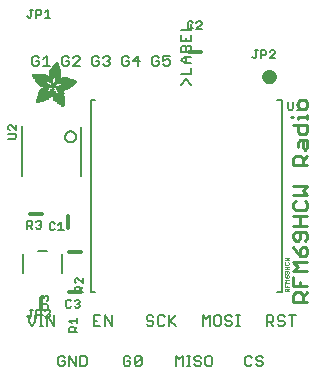
<source format=gbr>
G04 EAGLE Gerber RS-274X export*
G75*
%MOMM*%
%FSLAX34Y34*%
%LPD*%
%INSilkscreen Top*%
%IPPOS*%
%AMOC8*
5,1,8,0,0,1.08239X$1,22.5*%
G01*
%ADD10C,0.152400*%
%ADD11C,0.228600*%
%ADD12C,0.127000*%
%ADD13C,0.609600*%
%ADD14C,0.050800*%
%ADD15C,0.203200*%
%ADD16C,0.304800*%
%ADD17C,0.177800*%
%ADD18R,0.050800X0.006300*%
%ADD19R,0.082600X0.006400*%
%ADD20R,0.120600X0.006300*%
%ADD21R,0.139700X0.006400*%
%ADD22R,0.158800X0.006300*%
%ADD23R,0.177800X0.006400*%
%ADD24R,0.196800X0.006300*%
%ADD25R,0.215900X0.006400*%
%ADD26R,0.228600X0.006300*%
%ADD27R,0.241300X0.006400*%
%ADD28R,0.254000X0.006300*%
%ADD29R,0.266700X0.006400*%
%ADD30R,0.279400X0.006300*%
%ADD31R,0.285700X0.006400*%
%ADD32R,0.298400X0.006300*%
%ADD33R,0.311200X0.006400*%
%ADD34R,0.317500X0.006300*%
%ADD35R,0.330200X0.006400*%
%ADD36R,0.336600X0.006300*%
%ADD37R,0.349200X0.006400*%
%ADD38R,0.361900X0.006300*%
%ADD39R,0.368300X0.006400*%
%ADD40R,0.381000X0.006300*%
%ADD41R,0.387300X0.006400*%
%ADD42R,0.393700X0.006300*%
%ADD43R,0.406400X0.006400*%
%ADD44R,0.412700X0.006300*%
%ADD45R,0.419100X0.006400*%
%ADD46R,0.431800X0.006300*%
%ADD47R,0.438100X0.006400*%
%ADD48R,0.450800X0.006300*%
%ADD49R,0.457200X0.006400*%
%ADD50R,0.463500X0.006300*%
%ADD51R,0.476200X0.006400*%
%ADD52R,0.482600X0.006300*%
%ADD53R,0.488900X0.006400*%
%ADD54R,0.501600X0.006300*%
%ADD55R,0.508000X0.006400*%
%ADD56R,0.514300X0.006300*%
%ADD57R,0.527000X0.006400*%
%ADD58R,0.533400X0.006300*%
%ADD59R,0.546100X0.006400*%
%ADD60R,0.552400X0.006300*%
%ADD61R,0.558800X0.006400*%
%ADD62R,0.571500X0.006300*%
%ADD63R,0.577800X0.006400*%
%ADD64R,0.584200X0.006300*%
%ADD65R,0.596900X0.006400*%
%ADD66R,0.603200X0.006300*%
%ADD67R,0.609600X0.006400*%
%ADD68R,0.622300X0.006300*%
%ADD69R,0.628600X0.006400*%
%ADD70R,0.641300X0.006300*%
%ADD71R,0.647700X0.006400*%
%ADD72R,0.063500X0.006300*%
%ADD73R,0.654000X0.006300*%
%ADD74R,0.101600X0.006400*%
%ADD75R,0.666700X0.006400*%
%ADD76R,0.139700X0.006300*%
%ADD77R,0.673100X0.006300*%
%ADD78R,0.165100X0.006400*%
%ADD79R,0.679400X0.006400*%
%ADD80R,0.196900X0.006300*%
%ADD81R,0.692100X0.006300*%
%ADD82R,0.222200X0.006400*%
%ADD83R,0.698500X0.006400*%
%ADD84R,0.247700X0.006300*%
%ADD85R,0.704800X0.006300*%
%ADD86R,0.279400X0.006400*%
%ADD87R,0.717500X0.006400*%
%ADD88R,0.298500X0.006300*%
%ADD89R,0.723900X0.006300*%
%ADD90R,0.736600X0.006400*%
%ADD91R,0.342900X0.006300*%
%ADD92R,0.742900X0.006300*%
%ADD93R,0.374700X0.006400*%
%ADD94R,0.749300X0.006400*%
%ADD95R,0.762000X0.006300*%
%ADD96R,0.412700X0.006400*%
%ADD97R,0.768300X0.006400*%
%ADD98R,0.438100X0.006300*%
%ADD99R,0.774700X0.006300*%
%ADD100R,0.463600X0.006400*%
%ADD101R,0.787400X0.006400*%
%ADD102R,0.793700X0.006300*%
%ADD103R,0.495300X0.006400*%
%ADD104R,0.800100X0.006400*%
%ADD105R,0.520700X0.006300*%
%ADD106R,0.812800X0.006300*%
%ADD107R,0.533400X0.006400*%
%ADD108R,0.819100X0.006400*%
%ADD109R,0.558800X0.006300*%
%ADD110R,0.825500X0.006300*%
%ADD111R,0.577900X0.006400*%
%ADD112R,0.831800X0.006400*%
%ADD113R,0.596900X0.006300*%
%ADD114R,0.844500X0.006300*%
%ADD115R,0.616000X0.006400*%
%ADD116R,0.850900X0.006400*%
%ADD117R,0.635000X0.006300*%
%ADD118R,0.857200X0.006300*%
%ADD119R,0.654100X0.006400*%
%ADD120R,0.863600X0.006400*%
%ADD121R,0.666700X0.006300*%
%ADD122R,0.869900X0.006300*%
%ADD123R,0.685800X0.006400*%
%ADD124R,0.876300X0.006400*%
%ADD125R,0.882600X0.006300*%
%ADD126R,0.723900X0.006400*%
%ADD127R,0.889000X0.006400*%
%ADD128R,0.895300X0.006300*%
%ADD129R,0.755700X0.006400*%
%ADD130R,0.901700X0.006400*%
%ADD131R,0.908000X0.006300*%
%ADD132R,0.793800X0.006400*%
%ADD133R,0.914400X0.006400*%
%ADD134R,0.806400X0.006300*%
%ADD135R,0.920700X0.006300*%
%ADD136R,0.825500X0.006400*%
%ADD137R,0.927100X0.006400*%
%ADD138R,0.933400X0.006300*%
%ADD139R,0.857300X0.006400*%
%ADD140R,0.939800X0.006400*%
%ADD141R,0.870000X0.006300*%
%ADD142R,0.939800X0.006300*%
%ADD143R,0.946100X0.006400*%
%ADD144R,0.952500X0.006300*%
%ADD145R,0.908000X0.006400*%
%ADD146R,0.958800X0.006400*%
%ADD147R,0.965200X0.006300*%
%ADD148R,0.965200X0.006400*%
%ADD149R,0.971500X0.006300*%
%ADD150R,0.952500X0.006400*%
%ADD151R,0.977900X0.006400*%
%ADD152R,0.958800X0.006300*%
%ADD153R,0.984200X0.006300*%
%ADD154R,0.971500X0.006400*%
%ADD155R,0.984200X0.006400*%
%ADD156R,0.990600X0.006300*%
%ADD157R,0.984300X0.006400*%
%ADD158R,0.996900X0.006400*%
%ADD159R,0.997000X0.006300*%
%ADD160R,0.996900X0.006300*%
%ADD161R,1.003300X0.006400*%
%ADD162R,1.016000X0.006300*%
%ADD163R,1.009600X0.006300*%
%ADD164R,1.016000X0.006400*%
%ADD165R,1.009600X0.006400*%
%ADD166R,1.022300X0.006300*%
%ADD167R,1.028700X0.006400*%
%ADD168R,1.035100X0.006300*%
%ADD169R,1.047800X0.006400*%
%ADD170R,1.054100X0.006300*%
%ADD171R,1.028700X0.006300*%
%ADD172R,1.054100X0.006400*%
%ADD173R,1.035000X0.006400*%
%ADD174R,1.060400X0.006300*%
%ADD175R,1.035000X0.006300*%
%ADD176R,1.060500X0.006400*%
%ADD177R,1.041400X0.006400*%
%ADD178R,1.066800X0.006300*%
%ADD179R,1.041400X0.006300*%
%ADD180R,1.079500X0.006400*%
%ADD181R,1.047700X0.006400*%
%ADD182R,1.085900X0.006300*%
%ADD183R,1.047700X0.006300*%
%ADD184R,1.085800X0.006400*%
%ADD185R,1.092200X0.006300*%
%ADD186R,1.085900X0.006400*%
%ADD187R,1.098600X0.006300*%
%ADD188R,1.098600X0.006400*%
%ADD189R,1.060400X0.006400*%
%ADD190R,1.104900X0.006300*%
%ADD191R,1.104900X0.006400*%
%ADD192R,1.066800X0.006400*%
%ADD193R,1.111200X0.006300*%
%ADD194R,1.117600X0.006400*%
%ADD195R,1.117600X0.006300*%
%ADD196R,1.073100X0.006300*%
%ADD197R,1.073100X0.006400*%
%ADD198R,1.124000X0.006300*%
%ADD199R,1.079500X0.006300*%
%ADD200R,1.123900X0.006400*%
%ADD201R,1.130300X0.006300*%
%ADD202R,1.130300X0.006400*%
%ADD203R,1.136700X0.006400*%
%ADD204R,1.136700X0.006300*%
%ADD205R,1.085800X0.006300*%
%ADD206R,1.136600X0.006400*%
%ADD207R,1.136600X0.006300*%
%ADD208R,1.143000X0.006400*%
%ADD209R,1.143000X0.006300*%
%ADD210R,1.149400X0.006300*%
%ADD211R,1.149300X0.006300*%
%ADD212R,1.149300X0.006400*%
%ADD213R,1.149400X0.006400*%
%ADD214R,1.155700X0.006400*%
%ADD215R,1.155700X0.006300*%
%ADD216R,1.060500X0.006300*%
%ADD217R,2.197100X0.006400*%
%ADD218R,2.197100X0.006300*%
%ADD219R,2.184400X0.006300*%
%ADD220R,2.184400X0.006400*%
%ADD221R,2.171700X0.006400*%
%ADD222R,2.171700X0.006300*%
%ADD223R,1.530300X0.006400*%
%ADD224R,1.505000X0.006300*%
%ADD225R,1.492300X0.006400*%
%ADD226R,1.485900X0.006300*%
%ADD227R,0.565200X0.006300*%
%ADD228R,1.473200X0.006400*%
%ADD229R,0.565200X0.006400*%
%ADD230R,1.460500X0.006300*%
%ADD231R,1.454100X0.006400*%
%ADD232R,0.552400X0.006400*%
%ADD233R,1.441500X0.006300*%
%ADD234R,0.546100X0.006300*%
%ADD235R,1.435100X0.006400*%
%ADD236R,0.539800X0.006400*%
%ADD237R,1.428800X0.006300*%
%ADD238R,1.422400X0.006400*%
%ADD239R,1.409700X0.006300*%
%ADD240R,0.527100X0.006300*%
%ADD241R,1.403300X0.006400*%
%ADD242R,0.527100X0.006400*%
%ADD243R,1.390700X0.006300*%
%ADD244R,1.384300X0.006400*%
%ADD245R,0.520700X0.006400*%
%ADD246R,1.384300X0.006300*%
%ADD247R,0.514400X0.006300*%
%ADD248R,1.371600X0.006400*%
%ADD249R,1.365200X0.006300*%
%ADD250R,0.508000X0.006300*%
%ADD251R,1.352600X0.006400*%
%ADD252R,0.501700X0.006400*%
%ADD253R,0.711200X0.006300*%
%ADD254R,0.603300X0.006300*%
%ADD255R,0.501700X0.006300*%
%ADD256R,0.692100X0.006400*%
%ADD257R,0.571500X0.006400*%
%ADD258R,0.679400X0.006300*%
%ADD259R,0.495300X0.006300*%
%ADD260R,0.673100X0.006400*%
%ADD261R,0.666800X0.006300*%
%ADD262R,0.488900X0.006300*%
%ADD263R,0.660400X0.006400*%
%ADD264R,0.482600X0.006400*%
%ADD265R,0.476200X0.006300*%
%ADD266R,0.654000X0.006400*%
%ADD267R,0.469900X0.006400*%
%ADD268R,0.476300X0.006400*%
%ADD269R,0.647700X0.006300*%
%ADD270R,0.457200X0.006300*%
%ADD271R,0.469900X0.006300*%
%ADD272R,0.641300X0.006400*%
%ADD273R,0.444500X0.006400*%
%ADD274R,0.463600X0.006300*%
%ADD275R,0.635000X0.006400*%
%ADD276R,0.463500X0.006400*%
%ADD277R,0.393700X0.006400*%
%ADD278R,0.450800X0.006400*%
%ADD279R,0.628600X0.006300*%
%ADD280R,0.387400X0.006300*%
%ADD281R,0.450900X0.006300*%
%ADD282R,0.628700X0.006400*%
%ADD283R,0.374600X0.006400*%
%ADD284R,0.368300X0.006300*%
%ADD285R,0.438200X0.006300*%
%ADD286R,0.622300X0.006400*%
%ADD287R,0.355600X0.006400*%
%ADD288R,0.431800X0.006400*%
%ADD289R,0.349300X0.006300*%
%ADD290R,0.425400X0.006300*%
%ADD291R,0.615900X0.006300*%
%ADD292R,0.330200X0.006300*%
%ADD293R,0.419100X0.006300*%
%ADD294R,0.616000X0.006300*%
%ADD295R,0.311200X0.006300*%
%ADD296R,0.406400X0.006300*%
%ADD297R,0.615900X0.006400*%
%ADD298R,0.304800X0.006400*%
%ADD299R,0.158800X0.006400*%
%ADD300R,0.609600X0.006300*%
%ADD301R,0.292100X0.006300*%
%ADD302R,0.235000X0.006300*%
%ADD303R,0.387400X0.006400*%
%ADD304R,0.292100X0.006400*%
%ADD305R,0.336500X0.006300*%
%ADD306R,0.260400X0.006300*%
%ADD307R,0.603300X0.006400*%
%ADD308R,0.260400X0.006400*%
%ADD309R,0.362000X0.006400*%
%ADD310R,0.450900X0.006400*%
%ADD311R,0.355600X0.006300*%
%ADD312R,0.342900X0.006400*%
%ADD313R,0.514300X0.006400*%
%ADD314R,0.234900X0.006300*%
%ADD315R,0.539700X0.006300*%
%ADD316R,0.603200X0.006400*%
%ADD317R,0.234900X0.006400*%
%ADD318R,0.920700X0.006400*%
%ADD319R,0.958900X0.006400*%
%ADD320R,0.215900X0.006300*%
%ADD321R,0.209600X0.006400*%
%ADD322R,0.203200X0.006300*%
%ADD323R,1.003300X0.006300*%
%ADD324R,0.203200X0.006400*%
%ADD325R,0.196900X0.006400*%
%ADD326R,0.190500X0.006300*%
%ADD327R,0.190500X0.006400*%
%ADD328R,0.184200X0.006300*%
%ADD329R,0.590500X0.006400*%
%ADD330R,0.184200X0.006400*%
%ADD331R,0.590500X0.006300*%
%ADD332R,0.177800X0.006300*%
%ADD333R,0.584200X0.006400*%
%ADD334R,1.168400X0.006400*%
%ADD335R,0.171500X0.006300*%
%ADD336R,1.187500X0.006300*%
%ADD337R,1.200100X0.006400*%
%ADD338R,0.577800X0.006300*%
%ADD339R,1.212900X0.006300*%
%ADD340R,1.231900X0.006400*%
%ADD341R,1.250900X0.006300*%
%ADD342R,0.565100X0.006400*%
%ADD343R,0.184100X0.006400*%
%ADD344R,1.263700X0.006400*%
%ADD345R,0.565100X0.006300*%
%ADD346R,1.289100X0.006300*%
%ADD347R,1.314400X0.006400*%
%ADD348R,0.552500X0.006300*%
%ADD349R,1.568500X0.006300*%
%ADD350R,0.552500X0.006400*%
%ADD351R,1.581200X0.006400*%
%ADD352R,1.593800X0.006300*%
%ADD353R,1.606500X0.006400*%
%ADD354R,1.619300X0.006300*%
%ADD355R,0.514400X0.006400*%
%ADD356R,1.638300X0.006400*%
%ADD357R,1.657300X0.006300*%
%ADD358R,2.209800X0.006400*%
%ADD359R,2.425700X0.006300*%
%ADD360R,2.470100X0.006400*%
%ADD361R,2.501900X0.006300*%
%ADD362R,2.533700X0.006400*%
%ADD363R,2.559000X0.006300*%
%ADD364R,2.584500X0.006400*%
%ADD365R,2.609900X0.006300*%
%ADD366R,2.628900X0.006400*%
%ADD367R,2.660600X0.006300*%
%ADD368R,2.673400X0.006400*%
%ADD369R,1.422400X0.006300*%
%ADD370R,1.200200X0.006300*%
%ADD371R,1.365300X0.006300*%
%ADD372R,1.365300X0.006400*%
%ADD373R,1.352500X0.006300*%
%ADD374R,1.098500X0.006300*%
%ADD375R,1.358900X0.006400*%
%ADD376R,1.352600X0.006300*%
%ADD377R,1.358900X0.006300*%
%ADD378R,1.371600X0.006300*%
%ADD379R,1.377900X0.006400*%
%ADD380R,1.397000X0.006400*%
%ADD381R,1.403300X0.006300*%
%ADD382R,0.914400X0.006300*%
%ADD383R,0.876300X0.006300*%
%ADD384R,0.374600X0.006300*%
%ADD385R,1.073200X0.006400*%
%ADD386R,0.374700X0.006300*%
%ADD387R,0.844600X0.006400*%
%ADD388R,0.844600X0.006300*%
%ADD389R,0.831900X0.006400*%
%ADD390R,1.092200X0.006400*%
%ADD391R,0.400000X0.006300*%
%ADD392R,0.819200X0.006400*%
%ADD393R,1.111300X0.006400*%
%ADD394R,0.812800X0.006400*%
%ADD395R,0.800100X0.006300*%
%ADD396R,0.476300X0.006300*%
%ADD397R,1.181100X0.006300*%
%ADD398R,0.501600X0.006400*%
%ADD399R,1.193800X0.006400*%
%ADD400R,0.781000X0.006400*%
%ADD401R,1.238200X0.006400*%
%ADD402R,0.781100X0.006300*%
%ADD403R,1.257300X0.006300*%
%ADD404R,1.295400X0.006400*%
%ADD405R,1.333500X0.006300*%
%ADD406R,0.774700X0.006400*%
%ADD407R,1.866900X0.006400*%
%ADD408R,0.209600X0.006300*%
%ADD409R,1.866900X0.006300*%
%ADD410R,0.768400X0.006400*%
%ADD411R,0.209500X0.006400*%
%ADD412R,1.860600X0.006400*%
%ADD413R,0.762000X0.006400*%
%ADD414R,0.768400X0.006300*%
%ADD415R,1.860600X0.006300*%
%ADD416R,1.860500X0.006400*%
%ADD417R,0.222300X0.006300*%
%ADD418R,1.854200X0.006300*%
%ADD419R,0.235000X0.006400*%
%ADD420R,1.854200X0.006400*%
%ADD421R,0.768300X0.006300*%
%ADD422R,0.260300X0.006400*%
%ADD423R,1.847800X0.006400*%
%ADD424R,0.266700X0.006300*%
%ADD425R,1.847800X0.006300*%
%ADD426R,0.273100X0.006400*%
%ADD427R,1.841500X0.006400*%
%ADD428R,0.285800X0.006300*%
%ADD429R,1.841500X0.006300*%
%ADD430R,0.298500X0.006400*%
%ADD431R,1.835100X0.006400*%
%ADD432R,0.781000X0.006300*%
%ADD433R,0.304800X0.006300*%
%ADD434R,1.835100X0.006300*%
%ADD435R,0.317500X0.006400*%
%ADD436R,1.828800X0.006400*%
%ADD437R,0.787400X0.006300*%
%ADD438R,0.323800X0.006300*%
%ADD439R,1.828800X0.006300*%
%ADD440R,0.793700X0.006400*%
%ADD441R,1.822400X0.006400*%
%ADD442R,0.806500X0.006300*%
%ADD443R,1.822400X0.006300*%
%ADD444R,1.816100X0.006400*%
%ADD445R,0.819100X0.006300*%
%ADD446R,0.387300X0.006300*%
%ADD447R,1.816100X0.006300*%
%ADD448R,1.809800X0.006400*%
%ADD449R,1.803400X0.006300*%
%ADD450R,1.797000X0.006400*%
%ADD451R,0.901700X0.006300*%
%ADD452R,1.797000X0.006300*%
%ADD453R,1.441400X0.006400*%
%ADD454R,1.790700X0.006400*%
%ADD455R,1.447800X0.006300*%
%ADD456R,1.784300X0.006300*%
%ADD457R,1.447800X0.006400*%
%ADD458R,1.784300X0.006400*%
%ADD459R,1.454100X0.006300*%
%ADD460R,1.771700X0.006300*%
%ADD461R,1.460500X0.006400*%
%ADD462R,1.759000X0.006400*%
%ADD463R,1.466800X0.006300*%
%ADD464R,1.752600X0.006300*%
%ADD465R,1.466800X0.006400*%
%ADD466R,1.739900X0.006400*%
%ADD467R,1.473200X0.006300*%
%ADD468R,1.727200X0.006300*%
%ADD469R,1.479500X0.006400*%
%ADD470R,1.714500X0.006400*%
%ADD471R,1.695400X0.006300*%
%ADD472R,1.485900X0.006400*%
%ADD473R,1.682700X0.006400*%
%ADD474R,1.492200X0.006300*%
%ADD475R,1.663700X0.006300*%
%ADD476R,1.498600X0.006400*%
%ADD477R,1.644600X0.006400*%
%ADD478R,1.498600X0.006300*%
%ADD479R,1.619200X0.006300*%
%ADD480R,1.511300X0.006400*%
%ADD481R,1.600200X0.006400*%
%ADD482R,1.517700X0.006300*%
%ADD483R,1.574800X0.006300*%
%ADD484R,1.524000X0.006400*%
%ADD485R,1.555800X0.006400*%
%ADD486R,1.524000X0.006300*%
%ADD487R,1.536700X0.006300*%
%ADD488R,1.530400X0.006400*%
%ADD489R,1.517700X0.006400*%
%ADD490R,1.492300X0.006300*%
%ADD491R,1.549400X0.006400*%
%ADD492R,1.479600X0.006400*%
%ADD493R,1.549400X0.006300*%
%ADD494R,1.555700X0.006400*%
%ADD495R,1.562100X0.006300*%
%ADD496R,0.323900X0.006300*%
%ADD497R,1.568400X0.006400*%
%ADD498R,0.336600X0.006400*%
%ADD499R,1.587500X0.006300*%
%ADD500R,0.971600X0.006300*%
%ADD501R,0.349300X0.006400*%
%ADD502R,1.600200X0.006300*%
%ADD503R,0.920800X0.006300*%
%ADD504R,0.882700X0.006400*%
%ADD505R,1.612900X0.006300*%
%ADD506R,0.362000X0.006300*%
%ADD507R,1.625600X0.006400*%
%ADD508R,1.625600X0.006300*%
%ADD509R,1.644600X0.006300*%
%ADD510R,0.736600X0.006300*%
%ADD511R,0.717600X0.006400*%
%ADD512R,1.657400X0.006300*%
%ADD513R,0.679500X0.006300*%
%ADD514R,1.663700X0.006400*%
%ADD515R,0.400000X0.006400*%
%ADD516R,1.676400X0.006300*%
%ADD517R,1.676400X0.006400*%
%ADD518R,0.425500X0.006400*%
%ADD519R,1.352500X0.006400*%
%ADD520R,0.444500X0.006300*%
%ADD521R,0.361900X0.006400*%
%ADD522R,0.088900X0.006300*%
%ADD523R,1.009700X0.006300*%
%ADD524R,1.009700X0.006400*%
%ADD525R,1.022300X0.006400*%
%ADD526R,1.346200X0.006400*%
%ADD527R,1.346200X0.006300*%
%ADD528R,1.339900X0.006400*%
%ADD529R,1.035100X0.006400*%
%ADD530R,1.339800X0.006300*%
%ADD531R,1.333500X0.006400*%
%ADD532R,1.327200X0.006400*%
%ADD533R,1.320800X0.006300*%
%ADD534R,1.314500X0.006400*%
%ADD535R,1.314400X0.006300*%
%ADD536R,1.301700X0.006400*%
%ADD537R,1.295400X0.006300*%
%ADD538R,1.289000X0.006400*%
%ADD539R,1.276300X0.006300*%
%ADD540R,1.251000X0.006300*%
%ADD541R,1.244600X0.006400*%
%ADD542R,1.231900X0.006300*%
%ADD543R,1.212800X0.006400*%
%ADD544R,1.200100X0.006300*%
%ADD545R,1.187400X0.006400*%
%ADD546R,1.168400X0.006300*%
%ADD547R,1.047800X0.006300*%
%ADD548R,0.977900X0.006300*%
%ADD549R,0.946200X0.006400*%
%ADD550R,0.933400X0.006400*%
%ADD551R,0.895300X0.006400*%
%ADD552R,0.882700X0.006300*%
%ADD553R,0.863600X0.006300*%
%ADD554R,0.857200X0.006400*%
%ADD555R,0.850900X0.006300*%
%ADD556R,0.838200X0.006300*%
%ADD557R,0.806500X0.006400*%
%ADD558R,0.717600X0.006300*%
%ADD559R,0.711200X0.006400*%
%ADD560R,0.641400X0.006400*%
%ADD561R,0.641400X0.006300*%
%ADD562R,0.628700X0.006300*%
%ADD563R,0.590600X0.006300*%
%ADD564R,0.539700X0.006400*%
%ADD565R,0.285700X0.006300*%
%ADD566R,0.222200X0.006300*%
%ADD567R,0.171400X0.006300*%
%ADD568R,0.152400X0.006400*%
%ADD569R,0.133400X0.006300*%


D10*
X119491Y44795D02*
X118051Y46235D01*
X115170Y46235D01*
X113729Y44795D01*
X113729Y43354D01*
X115170Y41914D01*
X118051Y41914D01*
X119491Y40473D01*
X119491Y39033D01*
X118051Y37592D01*
X115170Y37592D01*
X113729Y39033D01*
X127406Y46235D02*
X128847Y44795D01*
X127406Y46235D02*
X124525Y46235D01*
X123084Y44795D01*
X123084Y39033D01*
X124525Y37592D01*
X127406Y37592D01*
X128847Y39033D01*
X132440Y37592D02*
X132440Y46235D01*
X132440Y40473D02*
X138202Y46235D01*
X133880Y41914D02*
X138202Y37592D01*
X138551Y11945D02*
X138551Y3302D01*
X141432Y9064D02*
X138551Y11945D01*
X141432Y9064D02*
X144313Y11945D01*
X144313Y3302D01*
X147906Y3302D02*
X150787Y3302D01*
X149347Y3302D02*
X149347Y11945D01*
X150787Y11945D02*
X147906Y11945D01*
X158464Y11945D02*
X159905Y10505D01*
X158464Y11945D02*
X155583Y11945D01*
X154143Y10505D01*
X154143Y9064D01*
X155583Y7624D01*
X158464Y7624D01*
X159905Y6183D01*
X159905Y4743D01*
X158464Y3302D01*
X155583Y3302D01*
X154143Y4743D01*
X164939Y11945D02*
X167820Y11945D01*
X164939Y11945D02*
X163498Y10505D01*
X163498Y4743D01*
X164939Y3302D01*
X167820Y3302D01*
X169260Y4743D01*
X169260Y10505D01*
X167820Y11945D01*
X161411Y37592D02*
X161411Y46235D01*
X164292Y43354D01*
X167173Y46235D01*
X167173Y37592D01*
X172207Y46235D02*
X175088Y46235D01*
X172207Y46235D02*
X170766Y44795D01*
X170766Y39033D01*
X172207Y37592D01*
X175088Y37592D01*
X176528Y39033D01*
X176528Y44795D01*
X175088Y46235D01*
X184443Y46235D02*
X185883Y44795D01*
X184443Y46235D02*
X181562Y46235D01*
X180121Y44795D01*
X180121Y43354D01*
X181562Y41914D01*
X184443Y41914D01*
X185883Y40473D01*
X185883Y39033D01*
X184443Y37592D01*
X181562Y37592D01*
X180121Y39033D01*
X189476Y37592D02*
X192358Y37592D01*
X190917Y37592D02*
X190917Y46235D01*
X189476Y46235D02*
X192358Y46235D01*
X201469Y11945D02*
X202909Y10505D01*
X201469Y11945D02*
X198587Y11945D01*
X197147Y10505D01*
X197147Y4743D01*
X198587Y3302D01*
X201469Y3302D01*
X202909Y4743D01*
X210824Y11945D02*
X212264Y10505D01*
X210824Y11945D02*
X207943Y11945D01*
X206502Y10505D01*
X206502Y9064D01*
X207943Y7624D01*
X210824Y7624D01*
X212264Y6183D01*
X212264Y4743D01*
X210824Y3302D01*
X207943Y3302D01*
X206502Y4743D01*
X215329Y37592D02*
X215329Y46235D01*
X219651Y46235D01*
X221091Y44795D01*
X221091Y41914D01*
X219651Y40473D01*
X215329Y40473D01*
X218210Y40473D02*
X221091Y37592D01*
X229006Y46235D02*
X230447Y44795D01*
X229006Y46235D02*
X226125Y46235D01*
X224684Y44795D01*
X224684Y43354D01*
X226125Y41914D01*
X229006Y41914D01*
X230447Y40473D01*
X230447Y39033D01*
X229006Y37592D01*
X226125Y37592D01*
X224684Y39033D01*
X236921Y37592D02*
X236921Y46235D01*
X234040Y46235D02*
X239802Y46235D01*
X44561Y10505D02*
X43121Y11945D01*
X40240Y11945D01*
X38799Y10505D01*
X38799Y4743D01*
X40240Y3302D01*
X43121Y3302D01*
X44561Y4743D01*
X44561Y7624D01*
X41680Y7624D01*
X48154Y11945D02*
X48154Y3302D01*
X53917Y3302D02*
X48154Y11945D01*
X53917Y11945D02*
X53917Y3302D01*
X57510Y3302D02*
X57510Y11945D01*
X57510Y3302D02*
X61831Y3302D01*
X63272Y4743D01*
X63272Y10505D01*
X61831Y11945D01*
X57510Y11945D01*
X68877Y46235D02*
X74639Y46235D01*
X68877Y46235D02*
X68877Y37592D01*
X74639Y37592D01*
X71758Y41914D02*
X68877Y41914D01*
X78232Y46235D02*
X78232Y37592D01*
X83994Y37592D02*
X78232Y46235D01*
X83994Y46235D02*
X83994Y37592D01*
X13688Y40473D02*
X13688Y46235D01*
X13688Y40473D02*
X16570Y37592D01*
X19451Y40473D01*
X19451Y46235D01*
X23044Y37592D02*
X25925Y37592D01*
X24484Y37592D02*
X24484Y46235D01*
X23044Y46235D02*
X25925Y46235D01*
X29280Y46235D02*
X29280Y37592D01*
X35043Y37592D02*
X29280Y46235D01*
X35043Y46235D02*
X35043Y37592D01*
D11*
X237988Y58023D02*
X249682Y58023D01*
X237988Y58023D02*
X237988Y63870D01*
X239937Y65819D01*
X243835Y65819D01*
X245784Y63870D01*
X245784Y58023D01*
X245784Y61921D02*
X249682Y65819D01*
X249682Y70887D02*
X237988Y70887D01*
X237988Y78683D01*
X243835Y74785D02*
X243835Y70887D01*
X249682Y83750D02*
X237988Y83750D01*
X241886Y87648D01*
X237988Y91546D01*
X249682Y91546D01*
X239937Y100511D02*
X237988Y104409D01*
X239937Y100511D02*
X243835Y96613D01*
X247733Y96613D01*
X249682Y98562D01*
X249682Y102460D01*
X247733Y104409D01*
X245784Y104409D01*
X243835Y102460D01*
X243835Y96613D01*
X247733Y109477D02*
X249682Y111426D01*
X249682Y115324D01*
X247733Y117273D01*
X239937Y117273D01*
X237988Y115324D01*
X237988Y111426D01*
X239937Y109477D01*
X241886Y109477D01*
X243835Y111426D01*
X243835Y117273D01*
X249682Y122340D02*
X237988Y122340D01*
X243835Y122340D02*
X243835Y130136D01*
X237988Y130136D02*
X249682Y130136D01*
X237988Y141050D02*
X239937Y142999D01*
X237988Y141050D02*
X237988Y137152D01*
X239937Y135203D01*
X247733Y135203D01*
X249682Y137152D01*
X249682Y141050D01*
X247733Y142999D01*
X249682Y148067D02*
X237988Y148067D01*
X245784Y151965D02*
X249682Y148067D01*
X245784Y151965D02*
X249682Y155863D01*
X237988Y155863D01*
X237988Y173794D02*
X249682Y173794D01*
X237988Y173794D02*
X237988Y179641D01*
X239937Y181590D01*
X243835Y181590D01*
X245784Y179641D01*
X245784Y173794D01*
X245784Y177692D02*
X249682Y181590D01*
X241886Y188606D02*
X241886Y192504D01*
X243835Y194453D01*
X249682Y194453D01*
X249682Y188606D01*
X247733Y186657D01*
X245784Y188606D01*
X245784Y194453D01*
X249682Y207316D02*
X237988Y207316D01*
X249682Y207316D02*
X249682Y201469D01*
X247733Y199520D01*
X243835Y199520D01*
X241886Y201469D01*
X241886Y207316D01*
X241886Y212384D02*
X241886Y214333D01*
X249682Y214333D01*
X249682Y212384D02*
X249682Y216282D01*
X237988Y214333D02*
X236039Y214333D01*
X249682Y222908D02*
X249682Y226806D01*
X247733Y228755D01*
X243835Y228755D01*
X241886Y226806D01*
X241886Y222908D01*
X243835Y220959D01*
X247733Y220959D01*
X249682Y222908D01*
D10*
X98599Y11945D02*
X100039Y10505D01*
X98599Y11945D02*
X95717Y11945D01*
X94277Y10505D01*
X94277Y4743D01*
X95717Y3302D01*
X98599Y3302D01*
X100039Y4743D01*
X100039Y7624D01*
X97158Y7624D01*
X103632Y4743D02*
X103632Y10505D01*
X105073Y11945D01*
X107954Y11945D01*
X109394Y10505D01*
X109394Y4743D01*
X107954Y3302D01*
X105073Y3302D01*
X103632Y4743D01*
X109394Y10505D01*
X22569Y264505D02*
X21129Y265945D01*
X18247Y265945D01*
X16807Y264505D01*
X16807Y258743D01*
X18247Y257302D01*
X21129Y257302D01*
X22569Y258743D01*
X22569Y261624D01*
X19688Y261624D01*
X26162Y263064D02*
X29043Y265945D01*
X29043Y257302D01*
X26162Y257302D02*
X31924Y257302D01*
X46529Y265945D02*
X47969Y264505D01*
X46529Y265945D02*
X43647Y265945D01*
X42207Y264505D01*
X42207Y258743D01*
X43647Y257302D01*
X46529Y257302D01*
X47969Y258743D01*
X47969Y261624D01*
X45088Y261624D01*
X51562Y257302D02*
X57324Y257302D01*
X51562Y257302D02*
X57324Y263064D01*
X57324Y264505D01*
X55884Y265945D01*
X53003Y265945D01*
X51562Y264505D01*
X71929Y265945D02*
X73369Y264505D01*
X71929Y265945D02*
X69047Y265945D01*
X67607Y264505D01*
X67607Y258743D01*
X69047Y257302D01*
X71929Y257302D01*
X73369Y258743D01*
X73369Y261624D01*
X70488Y261624D01*
X76962Y264505D02*
X78403Y265945D01*
X81284Y265945D01*
X82724Y264505D01*
X82724Y263064D01*
X81284Y261624D01*
X79843Y261624D01*
X81284Y261624D02*
X82724Y260183D01*
X82724Y258743D01*
X81284Y257302D01*
X78403Y257302D01*
X76962Y258743D01*
X97329Y265945D02*
X98769Y264505D01*
X97329Y265945D02*
X94447Y265945D01*
X93007Y264505D01*
X93007Y258743D01*
X94447Y257302D01*
X97329Y257302D01*
X98769Y258743D01*
X98769Y261624D01*
X95888Y261624D01*
X106684Y257302D02*
X106684Y265945D01*
X102362Y261624D01*
X108124Y261624D01*
X122729Y265945D02*
X124169Y264505D01*
X122729Y265945D02*
X119847Y265945D01*
X118407Y264505D01*
X118407Y258743D01*
X119847Y257302D01*
X122729Y257302D01*
X124169Y258743D01*
X124169Y261624D01*
X121288Y261624D01*
X127762Y265945D02*
X133524Y265945D01*
X127762Y265945D02*
X127762Y261624D01*
X130643Y263064D01*
X132084Y263064D01*
X133524Y261624D01*
X133524Y258743D01*
X132084Y257302D01*
X129203Y257302D01*
X127762Y258743D01*
D12*
X70320Y66320D02*
X66320Y66320D01*
X66320Y228320D01*
X70320Y228320D01*
X224320Y66320D02*
X228320Y66320D01*
X228320Y228320D01*
X224320Y228320D01*
D13*
X214320Y248320D02*
X214322Y248429D01*
X214328Y248538D01*
X214338Y248646D01*
X214352Y248754D01*
X214369Y248862D01*
X214391Y248969D01*
X214416Y249075D01*
X214446Y249179D01*
X214479Y249283D01*
X214516Y249386D01*
X214556Y249487D01*
X214600Y249586D01*
X214648Y249684D01*
X214700Y249781D01*
X214754Y249875D01*
X214812Y249967D01*
X214874Y250057D01*
X214939Y250144D01*
X215006Y250230D01*
X215077Y250313D01*
X215151Y250393D01*
X215228Y250470D01*
X215307Y250545D01*
X215389Y250616D01*
X215474Y250685D01*
X215561Y250750D01*
X215650Y250813D01*
X215742Y250871D01*
X215836Y250927D01*
X215931Y250979D01*
X216029Y251028D01*
X216128Y251073D01*
X216229Y251115D01*
X216331Y251152D01*
X216434Y251186D01*
X216539Y251217D01*
X216645Y251243D01*
X216751Y251266D01*
X216859Y251284D01*
X216967Y251299D01*
X217075Y251310D01*
X217184Y251317D01*
X217293Y251320D01*
X217402Y251319D01*
X217511Y251314D01*
X217619Y251305D01*
X217727Y251292D01*
X217835Y251275D01*
X217942Y251255D01*
X218048Y251230D01*
X218153Y251202D01*
X218257Y251170D01*
X218360Y251134D01*
X218462Y251094D01*
X218562Y251051D01*
X218660Y251004D01*
X218757Y250954D01*
X218851Y250900D01*
X218944Y250842D01*
X219035Y250782D01*
X219123Y250718D01*
X219209Y250651D01*
X219292Y250581D01*
X219373Y250508D01*
X219451Y250432D01*
X219526Y250353D01*
X219599Y250271D01*
X219668Y250187D01*
X219734Y250101D01*
X219797Y250012D01*
X219857Y249921D01*
X219914Y249828D01*
X219967Y249733D01*
X220016Y249636D01*
X220062Y249537D01*
X220104Y249437D01*
X220143Y249335D01*
X220178Y249231D01*
X220209Y249127D01*
X220237Y249022D01*
X220260Y248915D01*
X220280Y248808D01*
X220296Y248700D01*
X220308Y248592D01*
X220316Y248483D01*
X220320Y248374D01*
X220320Y248266D01*
X220316Y248157D01*
X220308Y248048D01*
X220296Y247940D01*
X220280Y247832D01*
X220260Y247725D01*
X220237Y247618D01*
X220209Y247513D01*
X220178Y247409D01*
X220143Y247305D01*
X220104Y247203D01*
X220062Y247103D01*
X220016Y247004D01*
X219967Y246907D01*
X219914Y246812D01*
X219857Y246719D01*
X219797Y246628D01*
X219734Y246539D01*
X219668Y246453D01*
X219599Y246369D01*
X219526Y246287D01*
X219451Y246208D01*
X219373Y246132D01*
X219292Y246059D01*
X219209Y245989D01*
X219123Y245922D01*
X219035Y245858D01*
X218944Y245798D01*
X218851Y245740D01*
X218757Y245686D01*
X218660Y245636D01*
X218562Y245589D01*
X218462Y245546D01*
X218360Y245506D01*
X218257Y245470D01*
X218153Y245438D01*
X218048Y245410D01*
X217942Y245385D01*
X217835Y245365D01*
X217727Y245348D01*
X217619Y245335D01*
X217511Y245326D01*
X217402Y245321D01*
X217293Y245320D01*
X217184Y245323D01*
X217075Y245330D01*
X216967Y245341D01*
X216859Y245356D01*
X216751Y245374D01*
X216645Y245397D01*
X216539Y245423D01*
X216434Y245454D01*
X216331Y245488D01*
X216229Y245525D01*
X216128Y245567D01*
X216029Y245612D01*
X215931Y245661D01*
X215836Y245713D01*
X215742Y245769D01*
X215650Y245827D01*
X215561Y245890D01*
X215474Y245955D01*
X215389Y246024D01*
X215307Y246095D01*
X215228Y246170D01*
X215151Y246247D01*
X215077Y246327D01*
X215006Y246410D01*
X214939Y246496D01*
X214874Y246583D01*
X214812Y246673D01*
X214754Y246765D01*
X214700Y246859D01*
X214648Y246956D01*
X214600Y247054D01*
X214556Y247153D01*
X214516Y247254D01*
X214479Y247357D01*
X214446Y247461D01*
X214416Y247565D01*
X214391Y247671D01*
X214369Y247778D01*
X214352Y247886D01*
X214338Y247994D01*
X214328Y248102D01*
X214322Y248211D01*
X214320Y248320D01*
D10*
X233182Y226992D02*
X233182Y221484D01*
X234284Y220382D01*
X236487Y220382D01*
X237588Y221484D01*
X237588Y226992D01*
X240666Y224788D02*
X242869Y226992D01*
X242869Y220382D01*
X240666Y220382D02*
X245073Y220382D01*
D14*
X234066Y66574D02*
X230507Y66574D01*
X230507Y68354D01*
X231100Y68947D01*
X232287Y68947D01*
X232880Y68354D01*
X232880Y66574D01*
X232880Y67760D02*
X234066Y68947D01*
X234066Y70316D02*
X230507Y70316D01*
X230507Y72689D01*
X232287Y71502D02*
X232287Y70316D01*
X234066Y74058D02*
X230507Y74058D01*
X231693Y75244D01*
X230507Y76431D01*
X234066Y76431D01*
X231100Y78987D02*
X230507Y80173D01*
X231100Y78987D02*
X232287Y77800D01*
X233473Y77800D01*
X234066Y78393D01*
X234066Y79580D01*
X233473Y80173D01*
X232880Y80173D01*
X232287Y79580D01*
X232287Y77800D01*
X233473Y81542D02*
X234066Y82135D01*
X234066Y83322D01*
X233473Y83915D01*
X231100Y83915D01*
X230507Y83322D01*
X230507Y82135D01*
X231100Y81542D01*
X231693Y81542D01*
X232287Y82135D01*
X232287Y83915D01*
X234066Y85284D02*
X230507Y85284D01*
X232287Y85284D02*
X232287Y87657D01*
X234066Y87657D02*
X230507Y87657D01*
X230507Y90806D02*
X231100Y91399D01*
X230507Y90806D02*
X230507Y89620D01*
X231100Y89026D01*
X233473Y89026D01*
X234066Y89620D01*
X234066Y90806D01*
X233473Y91399D01*
X234066Y92768D02*
X230507Y92768D01*
X232880Y93955D02*
X234066Y92768D01*
X232880Y93955D02*
X234066Y95141D01*
X230507Y95141D01*
D15*
X7874Y163862D02*
X7874Y206978D01*
X58166Y205708D02*
X58166Y163862D01*
X44704Y197612D02*
X44706Y197747D01*
X44712Y197882D01*
X44722Y198016D01*
X44736Y198150D01*
X44754Y198284D01*
X44775Y198417D01*
X44801Y198549D01*
X44831Y198681D01*
X44864Y198812D01*
X44901Y198941D01*
X44943Y199070D01*
X44987Y199197D01*
X45036Y199323D01*
X45088Y199447D01*
X45144Y199570D01*
X45204Y199691D01*
X45267Y199810D01*
X45333Y199927D01*
X45403Y200042D01*
X45477Y200156D01*
X45554Y200267D01*
X45633Y200375D01*
X45717Y200481D01*
X45803Y200585D01*
X45892Y200686D01*
X45984Y200785D01*
X46079Y200880D01*
X46177Y200973D01*
X46277Y201063D01*
X46380Y201150D01*
X46486Y201234D01*
X46594Y201315D01*
X46704Y201392D01*
X46817Y201466D01*
X46932Y201537D01*
X47049Y201605D01*
X47167Y201669D01*
X47288Y201729D01*
X47410Y201786D01*
X47534Y201839D01*
X47660Y201889D01*
X47786Y201935D01*
X47915Y201977D01*
X48044Y202015D01*
X48174Y202049D01*
X48306Y202080D01*
X48438Y202107D01*
X48571Y202129D01*
X48704Y202148D01*
X48838Y202163D01*
X48973Y202174D01*
X49107Y202181D01*
X49242Y202184D01*
X49377Y202183D01*
X49512Y202178D01*
X49646Y202169D01*
X49781Y202156D01*
X49915Y202139D01*
X50048Y202118D01*
X50180Y202094D01*
X50312Y202065D01*
X50443Y202033D01*
X50573Y201996D01*
X50702Y201956D01*
X50829Y201912D01*
X50955Y201864D01*
X51080Y201813D01*
X51203Y201758D01*
X51325Y201699D01*
X51444Y201637D01*
X51562Y201571D01*
X51678Y201502D01*
X51791Y201430D01*
X51903Y201354D01*
X52012Y201275D01*
X52119Y201193D01*
X52223Y201107D01*
X52325Y201019D01*
X52424Y200927D01*
X52521Y200833D01*
X52614Y200736D01*
X52705Y200636D01*
X52793Y200534D01*
X52877Y200429D01*
X52959Y200321D01*
X53037Y200211D01*
X53112Y200099D01*
X53184Y199985D01*
X53252Y199869D01*
X53317Y199750D01*
X53378Y199630D01*
X53436Y199508D01*
X53490Y199385D01*
X53541Y199260D01*
X53587Y199133D01*
X53630Y199006D01*
X53670Y198877D01*
X53705Y198746D01*
X53737Y198615D01*
X53764Y198483D01*
X53788Y198351D01*
X53808Y198217D01*
X53824Y198083D01*
X53836Y197949D01*
X53844Y197814D01*
X53848Y197679D01*
X53848Y197545D01*
X53844Y197410D01*
X53836Y197275D01*
X53824Y197141D01*
X53808Y197007D01*
X53788Y196873D01*
X53764Y196741D01*
X53737Y196609D01*
X53705Y196478D01*
X53670Y196347D01*
X53630Y196218D01*
X53587Y196091D01*
X53541Y195964D01*
X53490Y195839D01*
X53436Y195716D01*
X53378Y195594D01*
X53317Y195474D01*
X53252Y195355D01*
X53184Y195239D01*
X53112Y195125D01*
X53037Y195013D01*
X52959Y194903D01*
X52877Y194795D01*
X52793Y194690D01*
X52705Y194588D01*
X52614Y194488D01*
X52521Y194391D01*
X52424Y194297D01*
X52325Y194205D01*
X52223Y194117D01*
X52119Y194031D01*
X52012Y193949D01*
X51903Y193870D01*
X51791Y193794D01*
X51678Y193722D01*
X51562Y193653D01*
X51444Y193587D01*
X51325Y193525D01*
X51203Y193466D01*
X51080Y193411D01*
X50955Y193360D01*
X50829Y193312D01*
X50702Y193268D01*
X50573Y193228D01*
X50443Y193191D01*
X50312Y193159D01*
X50180Y193130D01*
X50048Y193106D01*
X49915Y193085D01*
X49781Y193068D01*
X49646Y193055D01*
X49512Y193046D01*
X49377Y193041D01*
X49242Y193040D01*
X49107Y193043D01*
X48973Y193050D01*
X48838Y193061D01*
X48704Y193076D01*
X48571Y193095D01*
X48438Y193117D01*
X48306Y193144D01*
X48174Y193175D01*
X48044Y193209D01*
X47915Y193247D01*
X47786Y193289D01*
X47660Y193335D01*
X47534Y193385D01*
X47410Y193438D01*
X47288Y193495D01*
X47167Y193555D01*
X47049Y193619D01*
X46932Y193687D01*
X46817Y193758D01*
X46704Y193832D01*
X46594Y193909D01*
X46486Y193990D01*
X46380Y194074D01*
X46277Y194161D01*
X46177Y194251D01*
X46079Y194344D01*
X45984Y194439D01*
X45892Y194538D01*
X45803Y194639D01*
X45717Y194743D01*
X45633Y194849D01*
X45554Y194957D01*
X45477Y195068D01*
X45403Y195182D01*
X45333Y195297D01*
X45267Y195414D01*
X45204Y195533D01*
X45144Y195654D01*
X45088Y195777D01*
X45036Y195901D01*
X44987Y196027D01*
X44943Y196154D01*
X44901Y196283D01*
X44864Y196412D01*
X44831Y196543D01*
X44801Y196675D01*
X44775Y196807D01*
X44754Y196940D01*
X44736Y197074D01*
X44722Y197208D01*
X44712Y197342D01*
X44706Y197477D01*
X44704Y197612D01*
D10*
X2200Y195834D02*
X-3308Y195834D01*
X2200Y195834D02*
X3302Y196936D01*
X3302Y199139D01*
X2200Y200240D01*
X-3308Y200240D01*
X3302Y203318D02*
X3302Y207725D01*
X-1104Y207725D02*
X3302Y203318D01*
X-1104Y207725D02*
X-2206Y207725D01*
X-3308Y206623D01*
X-3308Y204420D01*
X-2206Y203318D01*
D16*
X149860Y269240D02*
X160020Y269240D01*
D10*
X152760Y294052D02*
X151659Y295154D01*
X149455Y295154D01*
X148354Y294052D01*
X148354Y289646D01*
X149455Y288544D01*
X151659Y288544D01*
X152760Y289646D01*
X155838Y288544D02*
X160244Y288544D01*
X155838Y288544D02*
X160244Y292950D01*
X160244Y294052D01*
X159143Y295154D01*
X156939Y295154D01*
X155838Y294052D01*
D15*
X8900Y98170D02*
X8900Y82170D01*
X41900Y82170D02*
X41900Y98170D01*
X29400Y100670D02*
X21400Y100670D01*
D10*
X23616Y51104D02*
X29124Y51104D01*
X30226Y52205D01*
X30226Y54409D01*
X29124Y55510D01*
X23616Y55510D01*
X24718Y58588D02*
X23616Y59689D01*
X23616Y61893D01*
X24718Y62994D01*
X25820Y62994D01*
X26921Y61893D01*
X26921Y60791D01*
X26921Y61893D02*
X28023Y62994D01*
X29124Y62994D01*
X30226Y61893D01*
X30226Y59689D01*
X29124Y58588D01*
D16*
X24130Y60960D02*
X24130Y50800D01*
D10*
X48517Y59442D02*
X49618Y58340D01*
X48517Y59442D02*
X46314Y59442D01*
X45212Y58340D01*
X45212Y53934D01*
X46314Y52832D01*
X48517Y52832D01*
X49618Y53934D01*
X52696Y58340D02*
X53798Y59442D01*
X56001Y59442D01*
X57103Y58340D01*
X57103Y57238D01*
X56001Y56137D01*
X54899Y56137D01*
X56001Y56137D02*
X57103Y55035D01*
X57103Y53934D01*
X56001Y52832D01*
X53798Y52832D01*
X52696Y53934D01*
D16*
X25400Y132080D02*
X15240Y132080D01*
D10*
X34819Y124974D02*
X35920Y123872D01*
X34819Y124974D02*
X32615Y124974D01*
X31514Y123872D01*
X31514Y119466D01*
X32615Y118364D01*
X34819Y118364D01*
X35920Y119466D01*
X38998Y122770D02*
X41201Y124974D01*
X41201Y118364D01*
X38998Y118364D02*
X43404Y118364D01*
D16*
X48260Y66040D02*
X58420Y66040D01*
D10*
X54991Y32149D02*
X48381Y32149D01*
X48381Y35454D01*
X49483Y36555D01*
X51686Y36555D01*
X52788Y35454D01*
X52788Y32149D01*
X52788Y34352D02*
X54991Y36555D01*
X50585Y39633D02*
X48381Y41836D01*
X54991Y41836D01*
X54991Y39633D02*
X54991Y44039D01*
D17*
X143122Y240919D02*
X147316Y246512D01*
X151511Y240919D01*
X151511Y250274D02*
X143122Y250274D01*
X151511Y250274D02*
X151511Y255867D01*
X151511Y259629D02*
X145918Y259629D01*
X143122Y262426D01*
X145918Y265222D01*
X151511Y265222D01*
X147316Y265222D02*
X147316Y259629D01*
X151511Y268985D02*
X143122Y268985D01*
X143122Y273179D01*
X144520Y274577D01*
X145918Y274577D01*
X147316Y273179D01*
X148715Y274577D01*
X150113Y274577D01*
X151511Y273179D01*
X151511Y268985D01*
X147316Y268985D02*
X147316Y273179D01*
X143122Y278340D02*
X143122Y283933D01*
X143122Y278340D02*
X151511Y278340D01*
X151511Y283933D01*
X147316Y281136D02*
X147316Y278340D01*
X143122Y287695D02*
X151511Y287695D01*
X151511Y293288D01*
D18*
X43148Y222441D03*
D19*
X43180Y222504D03*
D20*
X43180Y222568D03*
D21*
X43149Y222631D03*
D22*
X43180Y222695D03*
D23*
X43148Y222758D03*
D24*
X43180Y222822D03*
D25*
X43149Y222885D03*
D26*
X43148Y222949D03*
D27*
X43085Y223012D03*
D28*
X43085Y223076D03*
D29*
X43022Y223139D03*
D30*
X43021Y223203D03*
D31*
X42990Y223266D03*
D32*
X42926Y223330D03*
D33*
X42926Y223393D03*
D34*
X42895Y223457D03*
D35*
X42831Y223520D03*
D36*
X42799Y223584D03*
D37*
X42799Y223647D03*
D38*
X42736Y223711D03*
D39*
X42704Y223774D03*
D40*
X42640Y223838D03*
D41*
X42609Y223901D03*
D42*
X42577Y223965D03*
D43*
X42513Y224028D03*
D44*
X42482Y224092D03*
D45*
X42450Y224155D03*
D46*
X42386Y224219D03*
D47*
X42355Y224282D03*
D48*
X42291Y224346D03*
D49*
X42259Y224409D03*
D50*
X42228Y224473D03*
D51*
X42164Y224536D03*
D52*
X42132Y224600D03*
D53*
X42101Y224663D03*
D54*
X42037Y224727D03*
D55*
X42005Y224790D03*
D56*
X41974Y224854D03*
D57*
X41910Y224917D03*
D58*
X41878Y224981D03*
D59*
X41815Y225044D03*
D60*
X41783Y225108D03*
D61*
X41751Y225171D03*
D62*
X41688Y225235D03*
D63*
X41656Y225298D03*
D64*
X41624Y225362D03*
D65*
X41561Y225425D03*
D66*
X41529Y225489D03*
D67*
X41497Y225552D03*
D68*
X41434Y225616D03*
D69*
X41402Y225679D03*
D70*
X41339Y225743D03*
D71*
X41307Y225806D03*
D72*
X21495Y225870D03*
D73*
X41275Y225870D03*
D74*
X21495Y225933D03*
D75*
X41212Y225933D03*
D76*
X21559Y225997D03*
D77*
X41180Y225997D03*
D78*
X21622Y226060D03*
D79*
X41148Y226060D03*
D80*
X21654Y226124D03*
D81*
X41085Y226124D03*
D82*
X21717Y226187D03*
D83*
X41053Y226187D03*
D84*
X21781Y226251D03*
D85*
X41021Y226251D03*
D86*
X21876Y226314D03*
D87*
X40958Y226314D03*
D88*
X21908Y226378D03*
D89*
X40926Y226378D03*
D35*
X22003Y226441D03*
D90*
X40862Y226441D03*
D91*
X22067Y226505D03*
D92*
X40831Y226505D03*
D93*
X22162Y226568D03*
D94*
X40799Y226568D03*
D42*
X22257Y226632D03*
D95*
X40735Y226632D03*
D96*
X22289Y226695D03*
D97*
X40704Y226695D03*
D98*
X22416Y226759D03*
D99*
X40672Y226759D03*
D100*
X22479Y226822D03*
D101*
X40608Y226822D03*
D52*
X22574Y226886D03*
D102*
X40577Y226886D03*
D103*
X22638Y226949D03*
D104*
X40545Y226949D03*
D105*
X22765Y227013D03*
D106*
X40481Y227013D03*
D107*
X22828Y227076D03*
D108*
X40450Y227076D03*
D109*
X22955Y227140D03*
D110*
X40418Y227140D03*
D111*
X23051Y227203D03*
D112*
X40386Y227203D03*
D113*
X23146Y227267D03*
D114*
X40323Y227267D03*
D115*
X23241Y227330D03*
D116*
X40291Y227330D03*
D117*
X23336Y227394D03*
D118*
X40259Y227394D03*
D119*
X23432Y227457D03*
D120*
X40227Y227457D03*
D121*
X23559Y227521D03*
D122*
X40196Y227521D03*
D123*
X23654Y227584D03*
D124*
X40164Y227584D03*
D85*
X23749Y227648D03*
D125*
X40132Y227648D03*
D126*
X23845Y227711D03*
D127*
X40100Y227711D03*
D92*
X23940Y227775D03*
D128*
X40069Y227775D03*
D129*
X24067Y227838D03*
D130*
X40037Y227838D03*
D99*
X24162Y227902D03*
D131*
X40005Y227902D03*
D132*
X24257Y227965D03*
D133*
X39973Y227965D03*
D134*
X24384Y228029D03*
D135*
X39942Y228029D03*
D136*
X24480Y228092D03*
D137*
X39910Y228092D03*
D114*
X24575Y228156D03*
D138*
X39878Y228156D03*
D139*
X24702Y228219D03*
D140*
X39846Y228219D03*
D141*
X24765Y228283D03*
D142*
X39846Y228283D03*
D127*
X24860Y228346D03*
D143*
X39815Y228346D03*
D128*
X24956Y228410D03*
D144*
X39783Y228410D03*
D145*
X25019Y228473D03*
D146*
X39751Y228473D03*
D135*
X25083Y228537D03*
D147*
X39719Y228537D03*
D137*
X25178Y228600D03*
D148*
X39719Y228600D03*
D142*
X25241Y228664D03*
D149*
X39688Y228664D03*
D150*
X25305Y228727D03*
D151*
X39656Y228727D03*
D152*
X25400Y228791D03*
D153*
X39624Y228791D03*
D154*
X25464Y228854D03*
D155*
X39624Y228854D03*
D153*
X25527Y228918D03*
D156*
X39592Y228918D03*
D157*
X25591Y228981D03*
D158*
X39561Y228981D03*
D159*
X25654Y229045D03*
D160*
X39561Y229045D03*
D161*
X25686Y229108D03*
X39529Y229108D03*
D162*
X25749Y229172D03*
D163*
X39497Y229172D03*
D164*
X25813Y229235D03*
D165*
X39497Y229235D03*
D166*
X25845Y229299D03*
D162*
X39465Y229299D03*
D167*
X25940Y229362D03*
D164*
X39465Y229362D03*
D168*
X25972Y229426D03*
D166*
X39434Y229426D03*
D169*
X26035Y229489D03*
D167*
X39402Y229489D03*
D170*
X26067Y229553D03*
D171*
X39402Y229553D03*
D172*
X26131Y229616D03*
D173*
X39370Y229616D03*
D174*
X26162Y229680D03*
D175*
X39370Y229680D03*
D176*
X26226Y229743D03*
D177*
X39338Y229743D03*
D178*
X26257Y229807D03*
D179*
X39338Y229807D03*
D180*
X26321Y229870D03*
D181*
X39307Y229870D03*
D182*
X26353Y229934D03*
D183*
X39307Y229934D03*
D184*
X26416Y229997D03*
D172*
X39275Y229997D03*
D185*
X26448Y230061D03*
D170*
X39275Y230061D03*
D186*
X26480Y230124D03*
D172*
X39275Y230124D03*
D187*
X26543Y230188D03*
D174*
X39243Y230188D03*
D188*
X26543Y230251D03*
D189*
X39243Y230251D03*
D190*
X26575Y230315D03*
D178*
X39211Y230315D03*
D191*
X26639Y230378D03*
D192*
X39211Y230378D03*
D193*
X26670Y230442D03*
D178*
X39211Y230442D03*
D194*
X26702Y230505D03*
D192*
X39211Y230505D03*
D195*
X26765Y230569D03*
D196*
X39180Y230569D03*
D194*
X26765Y230632D03*
D197*
X39180Y230632D03*
D198*
X26797Y230696D03*
D199*
X39148Y230696D03*
D200*
X26861Y230759D03*
D180*
X39148Y230759D03*
D201*
X26893Y230823D03*
D199*
X39148Y230823D03*
D202*
X26893Y230886D03*
D180*
X39148Y230886D03*
D201*
X26956Y230950D03*
D199*
X39148Y230950D03*
D203*
X26988Y231013D03*
D184*
X39116Y231013D03*
D204*
X26988Y231077D03*
D205*
X39116Y231077D03*
D206*
X27051Y231140D03*
D180*
X39085Y231140D03*
D207*
X27051Y231204D03*
D199*
X39085Y231204D03*
D208*
X27083Y231267D03*
D186*
X39053Y231267D03*
D209*
X27146Y231331D03*
D182*
X39053Y231331D03*
D208*
X27146Y231394D03*
D186*
X39053Y231394D03*
D210*
X27178Y231458D03*
D182*
X39053Y231458D03*
D208*
X27210Y231521D03*
D186*
X39053Y231521D03*
D211*
X27242Y231585D03*
D182*
X39053Y231585D03*
D212*
X27242Y231648D03*
D186*
X39053Y231648D03*
D210*
X27305Y231712D03*
D182*
X39053Y231712D03*
D213*
X27305Y231775D03*
D186*
X39053Y231775D03*
D210*
X27305Y231839D03*
D205*
X38989Y231839D03*
D212*
X27369Y231902D03*
D184*
X38989Y231902D03*
D211*
X27369Y231966D03*
D205*
X38989Y231966D03*
D214*
X27401Y232029D03*
D184*
X38989Y232029D03*
D210*
X27432Y232093D03*
D205*
X38989Y232093D03*
D213*
X27432Y232156D03*
D184*
X38989Y232156D03*
D215*
X27464Y232220D03*
D205*
X38989Y232220D03*
D212*
X27496Y232283D03*
D184*
X38989Y232283D03*
D211*
X27496Y232347D03*
D199*
X38958Y232347D03*
D214*
X27528Y232410D03*
D180*
X38958Y232410D03*
D210*
X27559Y232474D03*
D199*
X38958Y232474D03*
D213*
X27559Y232537D03*
D180*
X38958Y232537D03*
D210*
X27559Y232601D03*
D199*
X38958Y232601D03*
D212*
X27623Y232664D03*
D197*
X38926Y232664D03*
D211*
X27623Y232728D03*
D196*
X38926Y232728D03*
D212*
X27623Y232791D03*
D192*
X38957Y232791D03*
D210*
X27686Y232855D03*
D178*
X38957Y232855D03*
D213*
X27686Y232918D03*
D192*
X38957Y232918D03*
D210*
X27686Y232982D03*
D216*
X38926Y232982D03*
D208*
X27718Y233045D03*
D176*
X38926Y233045D03*
D211*
X27750Y233109D03*
D216*
X38926Y233109D03*
D212*
X27750Y233172D03*
D172*
X38894Y233172D03*
D209*
X27781Y233236D03*
D170*
X38894Y233236D03*
D213*
X27813Y233299D03*
D172*
X38894Y233299D03*
D210*
X27813Y233363D03*
D170*
X38894Y233363D03*
D217*
X33116Y233426D03*
D218*
X33116Y233490D03*
D217*
X33116Y233553D03*
D219*
X33115Y233617D03*
D220*
X33115Y233680D03*
D219*
X33115Y233744D03*
D221*
X33116Y233807D03*
D222*
X33116Y233871D03*
D223*
X29909Y233934D03*
D65*
X40926Y233934D03*
D224*
X29845Y233998D03*
D64*
X40989Y233998D03*
D225*
X29782Y234061D03*
D63*
X41021Y234061D03*
D226*
X29750Y234125D03*
D227*
X41021Y234125D03*
D228*
X29686Y234188D03*
D229*
X41021Y234188D03*
D230*
X29687Y234252D03*
D60*
X41021Y234252D03*
D231*
X29655Y234315D03*
D232*
X41021Y234315D03*
D233*
X29655Y234379D03*
D234*
X40990Y234379D03*
D235*
X29623Y234442D03*
D236*
X41021Y234442D03*
D237*
X29591Y234506D03*
D58*
X40989Y234506D03*
D238*
X29559Y234569D03*
D107*
X40989Y234569D03*
D239*
X29560Y234633D03*
D240*
X40958Y234633D03*
D241*
X29528Y234696D03*
D242*
X40958Y234696D03*
D243*
X29528Y234760D03*
D105*
X40926Y234760D03*
D244*
X29496Y234823D03*
D245*
X40926Y234823D03*
D246*
X29496Y234887D03*
D247*
X40894Y234887D03*
D248*
X29496Y234950D03*
D55*
X40862Y234950D03*
D249*
X29464Y235014D03*
D250*
X40862Y235014D03*
D251*
X29464Y235077D03*
D252*
X40831Y235077D03*
D253*
X26257Y235141D03*
D254*
X33211Y235141D03*
D255*
X40831Y235141D03*
D256*
X26226Y235204D03*
D257*
X33306Y235204D03*
D103*
X40799Y235204D03*
D258*
X26162Y235268D03*
D234*
X33370Y235268D03*
D259*
X40736Y235268D03*
D260*
X26194Y235331D03*
D107*
X33433Y235331D03*
D53*
X40704Y235331D03*
D261*
X26162Y235395D03*
D56*
X33465Y235395D03*
D262*
X40704Y235395D03*
D263*
X26130Y235458D03*
D103*
X33497Y235458D03*
D264*
X40672Y235458D03*
D73*
X26162Y235522D03*
D52*
X33560Y235522D03*
D265*
X40640Y235522D03*
D266*
X26162Y235585D03*
D267*
X33560Y235585D03*
D268*
X40577Y235585D03*
D269*
X26194Y235649D03*
D270*
X33623Y235649D03*
D271*
X40545Y235649D03*
D272*
X26226Y235712D03*
D273*
X33624Y235712D03*
D267*
X40545Y235712D03*
D70*
X26226Y235776D03*
D46*
X33687Y235776D03*
D274*
X40513Y235776D03*
D275*
X26257Y235839D03*
D45*
X33687Y235839D03*
D276*
X40450Y235839D03*
D117*
X26257Y235903D03*
D44*
X33719Y235903D03*
D270*
X40418Y235903D03*
D69*
X26289Y235966D03*
D277*
X33751Y235966D03*
D278*
X40386Y235966D03*
D279*
X26289Y236030D03*
D280*
X33782Y236030D03*
D281*
X40323Y236030D03*
D282*
X26353Y236093D03*
D283*
X33782Y236093D03*
D273*
X40291Y236093D03*
D68*
X26385Y236157D03*
D284*
X33814Y236157D03*
D285*
X40259Y236157D03*
D286*
X26385Y236220D03*
D287*
X33814Y236220D03*
D288*
X40164Y236220D03*
D68*
X26448Y236284D03*
D289*
X33846Y236284D03*
D290*
X40132Y236284D03*
D286*
X26448Y236347D03*
D35*
X33877Y236347D03*
D45*
X40101Y236347D03*
D291*
X26480Y236411D03*
D292*
X33877Y236411D03*
D293*
X40037Y236411D03*
D115*
X26543Y236474D03*
D33*
X33909Y236474D03*
D43*
X39973Y236474D03*
D294*
X26543Y236538D03*
D295*
X33909Y236538D03*
D296*
X39910Y236538D03*
D297*
X26607Y236601D03*
D298*
X33941Y236601D03*
D277*
X39847Y236601D03*
D299*
X43815Y236601D03*
D300*
X26638Y236665D03*
D301*
X33941Y236665D03*
D42*
X39783Y236665D03*
D302*
X43815Y236665D03*
D115*
X26670Y236728D03*
D31*
X33973Y236728D03*
D303*
X39751Y236728D03*
D304*
X43847Y236728D03*
D291*
X26734Y236792D03*
D30*
X34004Y236792D03*
D40*
X39656Y236792D03*
D305*
X43879Y236792D03*
D67*
X26765Y236855D03*
D29*
X34005Y236855D03*
D283*
X39624Y236855D03*
D93*
X43879Y236855D03*
D300*
X26829Y236919D03*
D306*
X34036Y236919D03*
D284*
X39529Y236919D03*
D44*
X43879Y236919D03*
D307*
X26861Y236982D03*
D308*
X34036Y236982D03*
D309*
X39497Y236982D03*
D310*
X43879Y236982D03*
D300*
X26892Y237046D03*
D28*
X34068Y237046D03*
D311*
X39402Y237046D03*
D52*
X43847Y237046D03*
D67*
X26956Y237109D03*
D27*
X34068Y237109D03*
D312*
X39339Y237109D03*
D313*
X43879Y237109D03*
D254*
X26988Y237173D03*
D314*
X34100Y237173D03*
D91*
X39275Y237173D03*
D315*
X43879Y237173D03*
D316*
X27051Y237236D03*
D317*
X34100Y237236D03*
D318*
X42101Y237236D03*
D254*
X27115Y237300D03*
D26*
X34131Y237300D03*
D138*
X42164Y237300D03*
D316*
X27178Y237363D03*
D25*
X34132Y237363D03*
D319*
X42228Y237363D03*
D113*
X27210Y237427D03*
D320*
X34132Y237427D03*
D147*
X42259Y237427D03*
D65*
X27274Y237490D03*
D321*
X34163Y237490D03*
D155*
X42291Y237490D03*
D113*
X27337Y237554D03*
D322*
X34195Y237554D03*
D323*
X42323Y237554D03*
D65*
X27401Y237617D03*
D324*
X34195Y237617D03*
D164*
X42386Y237617D03*
D113*
X27464Y237681D03*
D80*
X34227Y237681D03*
D175*
X42418Y237681D03*
D65*
X27528Y237744D03*
D325*
X34227Y237744D03*
D169*
X42418Y237744D03*
D113*
X27591Y237808D03*
D326*
X34259Y237808D03*
D178*
X42450Y237808D03*
D65*
X27655Y237871D03*
D327*
X34259Y237871D03*
D197*
X42482Y237871D03*
D113*
X27718Y237935D03*
D328*
X34290Y237935D03*
D185*
X42513Y237935D03*
D329*
X27750Y237998D03*
D330*
X34290Y237998D03*
D191*
X42514Y237998D03*
D331*
X27877Y238062D03*
D332*
X34322Y238062D03*
D198*
X42545Y238062D03*
D333*
X27908Y238125D03*
D23*
X34322Y238125D03*
D206*
X42545Y238125D03*
D331*
X28004Y238189D03*
D332*
X34322Y238189D03*
D215*
X42577Y238189D03*
D333*
X28099Y238252D03*
D23*
X34322Y238252D03*
D334*
X42577Y238252D03*
D64*
X28162Y238316D03*
D335*
X34354Y238316D03*
D336*
X42609Y238316D03*
D111*
X28258Y238379D03*
D23*
X34385Y238379D03*
D337*
X42609Y238379D03*
D338*
X28321Y238443D03*
D332*
X34385Y238443D03*
D339*
X42609Y238443D03*
D63*
X28448Y238506D03*
D330*
X34417Y238506D03*
D340*
X42641Y238506D03*
D62*
X28544Y238570D03*
D328*
X34417Y238570D03*
D341*
X42609Y238570D03*
D342*
X28639Y238633D03*
D343*
X34481Y238633D03*
D344*
X42609Y238633D03*
D345*
X28766Y238697D03*
D80*
X34481Y238697D03*
D346*
X42609Y238697D03*
D61*
X28861Y238760D03*
D321*
X34544Y238760D03*
D347*
X42545Y238760D03*
D348*
X29020Y238824D03*
D349*
X41339Y238824D03*
D350*
X29147Y238887D03*
D351*
X41402Y238887D03*
D58*
X29305Y238951D03*
D352*
X41402Y238951D03*
D107*
X29496Y239014D03*
D353*
X41466Y239014D03*
D105*
X29623Y239078D03*
D354*
X41466Y239078D03*
D355*
X29845Y239141D03*
D356*
X41498Y239141D03*
D105*
X30068Y239205D03*
D357*
X41466Y239205D03*
D358*
X38767Y239268D03*
D359*
X37815Y239332D03*
D360*
X37656Y239395D03*
D361*
X37561Y239459D03*
D362*
X37529Y239522D03*
D363*
X37465Y239586D03*
D364*
X37402Y239649D03*
D365*
X37402Y239713D03*
D366*
X37370Y239776D03*
D367*
X37338Y239840D03*
D368*
X37338Y239903D03*
D369*
X30893Y239967D03*
D370*
X44831Y239967D03*
D244*
X30639Y240030D03*
D214*
X45117Y240030D03*
D371*
X30417Y240094D03*
D198*
X45339Y240094D03*
D372*
X30290Y240157D03*
D194*
X45498Y240157D03*
D373*
X30163Y240221D03*
D374*
X45657Y240221D03*
D375*
X30068Y240284D03*
D186*
X45784Y240284D03*
D376*
X29972Y240348D03*
D199*
X45943Y240348D03*
D375*
X29877Y240411D03*
D192*
X46069Y240411D03*
D377*
X29814Y240475D03*
D216*
X46165Y240475D03*
D248*
X29750Y240538D03*
D176*
X46292Y240538D03*
D378*
X29686Y240602D03*
D170*
X46387Y240602D03*
D379*
X29655Y240665D03*
D189*
X46482Y240665D03*
D246*
X29623Y240729D03*
D170*
X46578Y240729D03*
D380*
X29559Y240792D03*
D176*
X46673Y240792D03*
D381*
X29528Y240856D03*
D170*
X46768Y240856D03*
D140*
X27146Y240919D03*
D43*
X34512Y240919D03*
D172*
X46832Y240919D03*
D382*
X26956Y240983D03*
D42*
X34640Y240983D03*
D216*
X46927Y240983D03*
D127*
X26765Y241046D03*
D93*
X34735Y241046D03*
D189*
X46990Y241046D03*
D383*
X26639Y241110D03*
D384*
X34798Y241110D03*
D196*
X47054Y241110D03*
D120*
X26511Y241173D03*
D39*
X34830Y241173D03*
D385*
X47117Y241173D03*
D118*
X26416Y241237D03*
D386*
X34862Y241237D03*
D196*
X47181Y241237D03*
D387*
X26289Y241300D03*
D283*
X34925Y241300D03*
D184*
X47244Y241300D03*
D388*
X26162Y241364D03*
D40*
X34957Y241364D03*
D185*
X47276Y241364D03*
D389*
X26099Y241427D03*
D41*
X34989Y241427D03*
D390*
X47339Y241427D03*
D110*
X26004Y241491D03*
D391*
X35052Y241491D03*
D190*
X47403Y241491D03*
D392*
X25908Y241554D03*
D43*
X35084Y241554D03*
D393*
X47435Y241554D03*
D106*
X25813Y241618D03*
D293*
X35148Y241618D03*
D201*
X47467Y241618D03*
D394*
X25749Y241681D03*
D288*
X35211Y241681D03*
D206*
X47498Y241681D03*
D134*
X25654Y241745D03*
D98*
X35243Y241745D03*
D210*
X47498Y241745D03*
D104*
X25559Y241808D03*
D100*
X35306Y241808D03*
D334*
X47530Y241808D03*
D395*
X25496Y241872D03*
D396*
X35370Y241872D03*
D397*
X47530Y241872D03*
D132*
X25400Y241935D03*
D398*
X35433Y241935D03*
D399*
X47530Y241935D03*
D102*
X25337Y241999D03*
D56*
X35497Y241999D03*
D339*
X47562Y241999D03*
D400*
X25273Y242062D03*
D59*
X35592Y242062D03*
D401*
X47498Y242062D03*
D402*
X25210Y242126D03*
D338*
X35687Y242126D03*
D403*
X47467Y242126D03*
D400*
X25146Y242189D03*
D115*
X35814Y242189D03*
D404*
X47403Y242189D03*
D402*
X25083Y242253D03*
D26*
X33877Y242253D03*
D290*
X37211Y242253D03*
D405*
X47276Y242253D03*
D406*
X25051Y242316D03*
D25*
X33751Y242316D03*
D407*
X44673Y242316D03*
D99*
X24988Y242380D03*
D408*
X33655Y242380D03*
D409*
X44736Y242380D03*
D410*
X24892Y242443D03*
D411*
X33592Y242443D03*
D412*
X44831Y242443D03*
D99*
X24861Y242507D03*
D408*
X33528Y242507D03*
D409*
X44863Y242507D03*
D413*
X24797Y242570D03*
D25*
X33497Y242570D03*
D412*
X44958Y242570D03*
D414*
X24765Y242634D03*
D320*
X33433Y242634D03*
D415*
X44958Y242634D03*
D97*
X24702Y242697D03*
D82*
X33401Y242697D03*
D416*
X45022Y242697D03*
D414*
X24638Y242761D03*
D417*
X33338Y242761D03*
D418*
X45053Y242761D03*
D413*
X24606Y242824D03*
D419*
X33274Y242824D03*
D420*
X45117Y242824D03*
D421*
X24575Y242888D03*
D314*
X33211Y242888D03*
D418*
X45117Y242888D03*
D410*
X24511Y242951D03*
D27*
X33179Y242951D03*
D420*
X45180Y242951D03*
D95*
X24479Y243015D03*
D28*
X33115Y243015D03*
D418*
X45180Y243015D03*
D97*
X24448Y243078D03*
D422*
X33084Y243078D03*
D423*
X45212Y243078D03*
D414*
X24384Y243142D03*
D424*
X32989Y243142D03*
D425*
X45212Y243142D03*
D406*
X24353Y243205D03*
D426*
X32957Y243205D03*
D427*
X45244Y243205D03*
D99*
X24353Y243269D03*
D428*
X32893Y243269D03*
D429*
X45244Y243269D03*
D406*
X24289Y243332D03*
D430*
X32830Y243332D03*
D431*
X45276Y243332D03*
D432*
X24257Y243396D03*
D433*
X32734Y243396D03*
D434*
X45276Y243396D03*
D101*
X24225Y243459D03*
D435*
X32671Y243459D03*
D436*
X45307Y243459D03*
D437*
X24225Y243523D03*
D438*
X32639Y243523D03*
D439*
X45307Y243523D03*
D440*
X24194Y243586D03*
D312*
X32544Y243586D03*
D441*
X45339Y243586D03*
D442*
X24194Y243650D03*
D311*
X32480Y243650D03*
D443*
X45339Y243650D03*
D394*
X24162Y243713D03*
D283*
X32385Y243713D03*
D444*
X45308Y243713D03*
D445*
X24194Y243777D03*
D446*
X32322Y243777D03*
D447*
X45308Y243777D03*
D389*
X24194Y243840D03*
D43*
X32226Y243840D03*
D448*
X45339Y243840D03*
D114*
X24194Y243904D03*
D290*
X32131Y243904D03*
D449*
X45307Y243904D03*
D120*
X24289Y243967D03*
D49*
X31972Y243967D03*
D450*
X45339Y243967D03*
D451*
X24416Y244031D03*
D54*
X31750Y244031D03*
D452*
X45339Y244031D03*
D453*
X27051Y244094D03*
D454*
X45308Y244094D03*
D455*
X27019Y244158D03*
D456*
X45276Y244158D03*
D457*
X27019Y244221D03*
D458*
X45276Y244221D03*
D459*
X26988Y244285D03*
D460*
X45276Y244285D03*
D461*
X26956Y244348D03*
D462*
X45212Y244348D03*
D463*
X26924Y244412D03*
D464*
X45180Y244412D03*
D465*
X26924Y244475D03*
D466*
X45117Y244475D03*
D467*
X26892Y244539D03*
D468*
X45117Y244539D03*
D469*
X26861Y244602D03*
D470*
X45054Y244602D03*
D226*
X26829Y244666D03*
D471*
X44958Y244666D03*
D472*
X26829Y244729D03*
D473*
X44895Y244729D03*
D474*
X26797Y244793D03*
D475*
X44800Y244793D03*
D476*
X26765Y244856D03*
D477*
X44704Y244856D03*
D478*
X26765Y244920D03*
D479*
X44577Y244920D03*
D480*
X26766Y244983D03*
D481*
X44545Y244983D03*
D482*
X26734Y245047D03*
D483*
X44418Y245047D03*
D484*
X26702Y245110D03*
D485*
X44323Y245110D03*
D486*
X26702Y245174D03*
D487*
X44228Y245174D03*
D488*
X26670Y245237D03*
D489*
X44133Y245237D03*
D487*
X26639Y245301D03*
D490*
X44006Y245301D03*
D491*
X26638Y245364D03*
D492*
X43942Y245364D03*
D493*
X26638Y245428D03*
D295*
X38100Y245428D03*
D209*
X45434Y245428D03*
D494*
X26607Y245491D03*
D435*
X38132Y245491D03*
D191*
X45371Y245491D03*
D495*
X26575Y245555D03*
D496*
X38164Y245555D03*
D205*
X45339Y245555D03*
D497*
X26543Y245618D03*
D35*
X38195Y245618D03*
D172*
X45244Y245618D03*
D483*
X26575Y245682D03*
D292*
X38195Y245682D03*
D171*
X45181Y245682D03*
D351*
X26543Y245745D03*
D498*
X38227Y245745D03*
D158*
X45149Y245745D03*
D499*
X26512Y245809D03*
D91*
X38259Y245809D03*
D500*
X45085Y245809D03*
D481*
X26511Y245872D03*
D501*
X38291Y245872D03*
D140*
X44990Y245872D03*
D502*
X26511Y245936D03*
D311*
X38322Y245936D03*
D503*
X44958Y245936D03*
D353*
X26480Y245999D03*
D287*
X38322Y245999D03*
D504*
X44895Y245999D03*
D505*
X26448Y246063D03*
D506*
X38354Y246063D03*
D118*
X44831Y246063D03*
D507*
X26448Y246126D03*
D39*
X38386Y246126D03*
D389*
X44768Y246126D03*
D508*
X26448Y246190D03*
D386*
X38418Y246190D03*
D395*
X44736Y246190D03*
D356*
X26448Y246253D03*
D93*
X38418Y246253D03*
D406*
X44673Y246253D03*
D509*
X26416Y246317D03*
D40*
X38449Y246317D03*
D510*
X44609Y246317D03*
D477*
X26416Y246380D03*
D303*
X38481Y246380D03*
D511*
X44577Y246380D03*
D512*
X26416Y246444D03*
D391*
X38481Y246444D03*
D513*
X44514Y246444D03*
D514*
X26385Y246507D03*
D515*
X38481Y246507D03*
D71*
X44482Y246507D03*
D516*
X26384Y246571D03*
D296*
X38513Y246571D03*
D294*
X44450Y246571D03*
D517*
X26384Y246634D03*
D96*
X38545Y246634D03*
D329*
X44387Y246634D03*
D373*
X24702Y246698D03*
D292*
X33179Y246698D03*
D44*
X38545Y246698D03*
D234*
X44355Y246698D03*
D251*
X24638Y246761D03*
D498*
X33147Y246761D03*
D518*
X38545Y246761D03*
D245*
X44355Y246761D03*
D373*
X24575Y246825D03*
D91*
X33179Y246825D03*
D46*
X38576Y246825D03*
D265*
X44323Y246825D03*
D519*
X24575Y246888D03*
D37*
X33147Y246888D03*
D288*
X38576Y246888D03*
D273*
X44292Y246888D03*
D376*
X24511Y246952D03*
D311*
X33179Y246952D03*
D520*
X38577Y246952D03*
D296*
X44291Y246952D03*
D519*
X24448Y247015D03*
D521*
X33211Y247015D03*
D273*
X38577Y247015D03*
D501*
X44260Y247015D03*
D377*
X24416Y247079D03*
D284*
X33179Y247079D03*
D48*
X38608Y247079D03*
D301*
X44228Y247079D03*
D251*
X24384Y247142D03*
D93*
X33211Y247142D03*
D49*
X38576Y247142D03*
D321*
X44196Y247142D03*
D373*
X24321Y247206D03*
D40*
X33242Y247206D03*
D271*
X38577Y247206D03*
D522*
X44165Y247206D03*
D375*
X24289Y247269D03*
D277*
X33243Y247269D03*
D267*
X38577Y247269D03*
D376*
X24257Y247333D03*
D391*
X33274Y247333D03*
D52*
X38576Y247333D03*
D519*
X24194Y247396D03*
D43*
X33306Y247396D03*
D53*
X38545Y247396D03*
D377*
X24162Y247460D03*
D293*
X33306Y247460D03*
D259*
X38513Y247460D03*
D375*
X24099Y247523D03*
D288*
X33369Y247523D03*
D55*
X38513Y247523D03*
D373*
X24067Y247587D03*
D156*
X36100Y247587D03*
D375*
X24035Y247650D03*
D158*
X36132Y247650D03*
D377*
X23972Y247714D03*
D160*
X36132Y247714D03*
D519*
X23940Y247777D03*
D161*
X36100Y247777D03*
D376*
X23876Y247841D03*
D523*
X36132Y247841D03*
D375*
X23845Y247904D03*
D524*
X36132Y247904D03*
D377*
X23781Y247968D03*
D162*
X36100Y247968D03*
D251*
X23749Y248031D03*
D525*
X36132Y248031D03*
D373*
X23686Y248095D03*
D166*
X36132Y248095D03*
D526*
X23654Y248158D03*
D525*
X36132Y248158D03*
D527*
X23590Y248222D03*
D171*
X36100Y248222D03*
D528*
X23559Y248285D03*
D529*
X36132Y248285D03*
D530*
X23495Y248349D03*
D168*
X36132Y248349D03*
D531*
X23464Y248412D03*
D529*
X36132Y248412D03*
D405*
X23400Y248476D03*
D179*
X36100Y248476D03*
D532*
X23368Y248539D03*
D181*
X36132Y248539D03*
D533*
X23336Y248603D03*
D183*
X36132Y248603D03*
D534*
X23305Y248666D03*
D181*
X36132Y248666D03*
D535*
X23241Y248730D03*
D183*
X36132Y248730D03*
D536*
X23178Y248793D03*
D172*
X36100Y248793D03*
D537*
X23146Y248857D03*
D216*
X36132Y248857D03*
D538*
X23114Y248920D03*
D176*
X36132Y248920D03*
D539*
X23051Y248984D03*
D216*
X36132Y248984D03*
D344*
X23051Y249047D03*
D176*
X36132Y249047D03*
D540*
X22987Y249111D03*
D216*
X36132Y249111D03*
D541*
X22955Y249174D03*
D176*
X36132Y249174D03*
D542*
X22892Y249238D03*
D216*
X36132Y249238D03*
D543*
X22860Y249301D03*
D176*
X36132Y249301D03*
D544*
X22797Y249365D03*
D216*
X36132Y249365D03*
D545*
X22733Y249428D03*
D176*
X36132Y249428D03*
D546*
X22701Y249492D03*
D178*
X36163Y249492D03*
D212*
X22670Y249555D03*
D192*
X36163Y249555D03*
D201*
X22575Y249619D03*
D178*
X36163Y249619D03*
D393*
X22543Y249682D03*
D192*
X36163Y249682D03*
D205*
X22479Y249746D03*
D178*
X36163Y249746D03*
D192*
X22384Y249809D03*
X36163Y249809D03*
D179*
X22320Y249873D03*
D178*
X36163Y249873D03*
D165*
X22225Y249936D03*
D192*
X36163Y249936D03*
D149*
X22162Y250000D03*
D178*
X36163Y250000D03*
D137*
X22067Y250063D03*
D192*
X36163Y250063D03*
D383*
X21940Y250127D03*
D178*
X36163Y250127D03*
D440*
X21781Y250190D03*
D192*
X36163Y250190D03*
D178*
X36163Y250254D03*
D192*
X36163Y250317D03*
D170*
X36164Y250381D03*
D172*
X36164Y250444D03*
D170*
X36164Y250508D03*
D172*
X36164Y250571D03*
D170*
X36164Y250635D03*
D169*
X36195Y250698D03*
D547*
X36195Y250762D03*
D169*
X36195Y250825D03*
D547*
X36195Y250889D03*
D169*
X36195Y250952D03*
D179*
X36227Y251016D03*
D173*
X36195Y251079D03*
D175*
X36195Y251143D03*
D173*
X36195Y251206D03*
D171*
X36227Y251270D03*
D167*
X36227Y251333D03*
D171*
X36227Y251397D03*
D164*
X36227Y251460D03*
D162*
X36227Y251524D03*
D164*
X36227Y251587D03*
D523*
X36259Y251651D03*
D524*
X36259Y251714D03*
D323*
X36227Y251778D03*
D158*
X36259Y251841D03*
D160*
X36259Y251905D03*
D158*
X36259Y251968D03*
D156*
X36290Y252032D03*
D157*
X36259Y252095D03*
D548*
X36291Y252159D03*
D151*
X36291Y252222D03*
D149*
X36259Y252286D03*
D148*
X36290Y252349D03*
D147*
X36290Y252413D03*
D146*
X36322Y252476D03*
D144*
X36291Y252540D03*
D549*
X36322Y252603D03*
D142*
X36290Y252667D03*
D550*
X36322Y252730D03*
D138*
X36322Y252794D03*
D137*
X36354Y252857D03*
D503*
X36322Y252921D03*
D133*
X36354Y252984D03*
D382*
X36354Y253048D03*
D130*
X36354Y253111D03*
D451*
X36354Y253175D03*
D551*
X36386Y253238D03*
D552*
X36386Y253302D03*
D504*
X36386Y253365D03*
D383*
X36418Y253429D03*
D120*
X36417Y253492D03*
D553*
X36417Y253556D03*
D554*
X36449Y253619D03*
D555*
X36418Y253683D03*
D387*
X36449Y253746D03*
D556*
X36481Y253810D03*
D112*
X36449Y253873D03*
D110*
X36481Y253937D03*
D108*
X36513Y254000D03*
D442*
X36513Y254064D03*
D557*
X36513Y254127D03*
D395*
X36545Y254191D03*
D132*
X36576Y254254D03*
D432*
X36576Y254318D03*
D400*
X36576Y254381D03*
D414*
X36576Y254445D03*
D413*
X36608Y254508D03*
D95*
X36608Y254572D03*
D129*
X36640Y254635D03*
D92*
X36640Y254699D03*
D90*
X36671Y254762D03*
D510*
X36671Y254826D03*
D126*
X36672Y254889D03*
D558*
X36703Y254953D03*
D559*
X36735Y255016D03*
D85*
X36703Y255080D03*
D83*
X36735Y255143D03*
D81*
X36767Y255207D03*
D123*
X36735Y255270D03*
D513*
X36767Y255334D03*
D260*
X36799Y255397D03*
D121*
X36767Y255461D03*
D263*
X36798Y255524D03*
D73*
X36830Y255588D03*
D560*
X36830Y255651D03*
D561*
X36830Y255715D03*
D275*
X36862Y255778D03*
D562*
X36894Y255842D03*
D286*
X36862Y255905D03*
D291*
X36894Y255969D03*
D67*
X36925Y256032D03*
D113*
X36926Y256096D03*
D65*
X36926Y256159D03*
D563*
X36957Y256223D03*
D63*
X36957Y256286D03*
D62*
X36989Y256350D03*
D257*
X36989Y256413D03*
D109*
X36989Y256477D03*
D350*
X37021Y256540D03*
D348*
X37021Y256604D03*
D564*
X37021Y256667D03*
D58*
X37052Y256731D03*
D57*
X37084Y256794D03*
D105*
X37053Y256858D03*
D355*
X37084Y256921D03*
D250*
X37116Y256985D03*
D398*
X37084Y257048D03*
D259*
X37116Y257112D03*
D53*
X37148Y257175D03*
D396*
X37148Y257239D03*
D268*
X37148Y257302D03*
D271*
X37180Y257366D03*
D49*
X37179Y257429D03*
D48*
X37211Y257493D03*
D278*
X37211Y257556D03*
D520*
X37243Y257620D03*
D288*
X37243Y257683D03*
D46*
X37243Y257747D03*
D45*
X37243Y257810D03*
D44*
X37275Y257874D03*
D96*
X37275Y257937D03*
D296*
X37306Y258001D03*
D277*
X37307Y258064D03*
D280*
X37338Y258128D03*
D303*
X37338Y258191D03*
D384*
X37338Y258255D03*
D39*
X37370Y258318D03*
D284*
X37370Y258382D03*
D287*
X37370Y258445D03*
D289*
X37402Y258509D03*
D312*
X37434Y258572D03*
D305*
X37402Y258636D03*
D35*
X37433Y258699D03*
D438*
X37465Y258763D03*
D33*
X37465Y258826D03*
D295*
X37465Y258890D03*
D298*
X37497Y258953D03*
D301*
X37497Y259017D03*
D304*
X37497Y259080D03*
D565*
X37529Y259144D03*
D426*
X37529Y259207D03*
D424*
X37561Y259271D03*
D422*
X37529Y259334D03*
D28*
X37560Y259398D03*
D27*
X37561Y259461D03*
D302*
X37592Y259525D03*
D82*
X37592Y259588D03*
D566*
X37592Y259652D03*
D321*
X37592Y259715D03*
D24*
X37592Y259779D03*
D330*
X37592Y259842D03*
D567*
X37592Y259906D03*
D568*
X37624Y259969D03*
D569*
X37592Y260033D03*
D74*
X37560Y260096D03*
D72*
X37561Y260160D03*
D10*
X12700Y45552D02*
X13802Y44450D01*
X14903Y44450D01*
X16005Y45552D01*
X16005Y51060D01*
X17106Y51060D02*
X14903Y51060D01*
X20184Y51060D02*
X20184Y44450D01*
X20184Y51060D02*
X23489Y51060D01*
X24591Y49958D01*
X24591Y47755D01*
X23489Y46653D01*
X20184Y46653D01*
X27668Y49958D02*
X28770Y51060D01*
X30973Y51060D01*
X32075Y49958D01*
X32075Y48856D01*
X30973Y47755D01*
X29872Y47755D01*
X30973Y47755D02*
X32075Y46653D01*
X32075Y45552D01*
X30973Y44450D01*
X28770Y44450D01*
X27668Y45552D01*
X13802Y298450D02*
X12700Y299552D01*
X13802Y298450D02*
X14903Y298450D01*
X16005Y299552D01*
X16005Y305060D01*
X17106Y305060D02*
X14903Y305060D01*
X20184Y305060D02*
X20184Y298450D01*
X20184Y305060D02*
X23489Y305060D01*
X24591Y303958D01*
X24591Y301755D01*
X23489Y300653D01*
X20184Y300653D01*
X27668Y302856D02*
X29872Y305060D01*
X29872Y298450D01*
X32075Y298450D02*
X27668Y298450D01*
D16*
X48260Y100330D02*
X58420Y100330D01*
D10*
X59436Y65804D02*
X52826Y65804D01*
X52826Y69109D01*
X53928Y70210D01*
X56131Y70210D01*
X57233Y69109D01*
X57233Y65804D01*
X57233Y68007D02*
X59436Y70210D01*
X59436Y73288D02*
X59436Y77694D01*
X59436Y73288D02*
X55030Y77694D01*
X53928Y77694D01*
X52826Y76593D01*
X52826Y74389D01*
X53928Y73288D01*
X204302Y264160D02*
X203200Y265262D01*
X204302Y264160D02*
X205403Y264160D01*
X206505Y265262D01*
X206505Y270770D01*
X207606Y270770D02*
X205403Y270770D01*
X210684Y270770D02*
X210684Y264160D01*
X210684Y270770D02*
X213989Y270770D01*
X215091Y269668D01*
X215091Y267465D01*
X213989Y266363D01*
X210684Y266363D01*
X218168Y264160D02*
X222575Y264160D01*
X222575Y268566D02*
X218168Y264160D01*
X222575Y268566D02*
X222575Y269668D01*
X221473Y270770D01*
X219270Y270770D01*
X218168Y269668D01*
D16*
X46990Y130810D02*
X46990Y120650D01*
D10*
X12464Y119634D02*
X12464Y126244D01*
X15769Y126244D01*
X16870Y125142D01*
X16870Y122939D01*
X15769Y121837D01*
X12464Y121837D01*
X14667Y121837D02*
X16870Y119634D01*
X19948Y125142D02*
X21049Y126244D01*
X23253Y126244D01*
X24354Y125142D01*
X24354Y124040D01*
X23253Y122939D01*
X22151Y122939D01*
X23253Y122939D02*
X24354Y121837D01*
X24354Y120736D01*
X23253Y119634D01*
X21049Y119634D01*
X19948Y120736D01*
M02*

</source>
